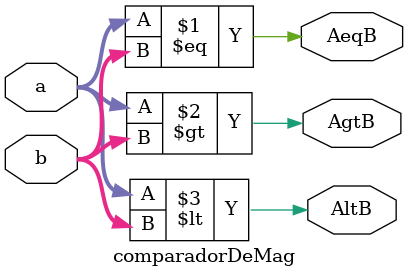
<source format=v>
/*
	Comparadores de magnitude(revisitado)
	Projete, utilizando o Verilog, um circuito que se comporte como um comparador
	de magnitude de 4bits. O circuito possui duas entradas, denominadas "a" e "b",
	ambas de 4 bits. O circuito possui três saídas, denominadas de "AeqB", "AgtB" 
	e "AltB", que indicam quando, respectivamente, A = B, A > B e A < B. No seu projeto, 
	utilize os operadors relacionais
*/
module comparadorDeMag(input [3:0] a,b, output AeqB,AgtB,AltB);
	assign AeqB = (a == b);
	assign AgtB = (a > b);
	assign AltB = (a < b);
endmodule

</source>
